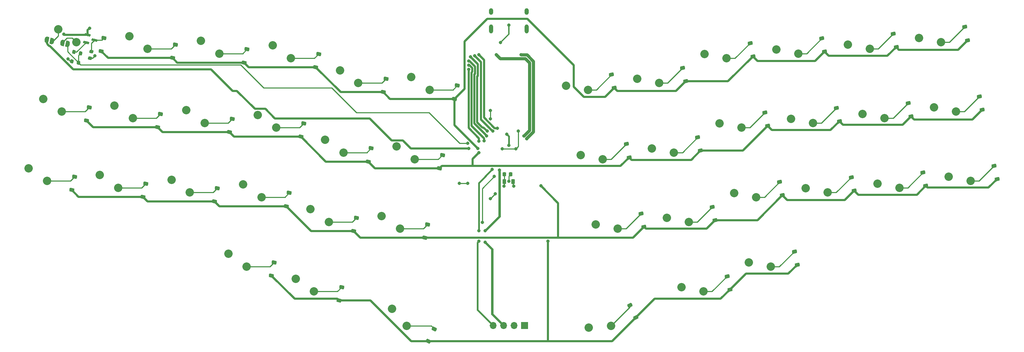
<source format=gbr>
%TF.GenerationSoftware,KiCad,Pcbnew,7.0.2*%
%TF.CreationDate,2023-06-24T23:52:28+10:00*%
%TF.ProjectId,keyboard,6b657962-6f61-4726-942e-6b696361645f,v1.0.0*%
%TF.SameCoordinates,Original*%
%TF.FileFunction,Copper,L2,Bot*%
%TF.FilePolarity,Positive*%
%FSLAX46Y46*%
G04 Gerber Fmt 4.6, Leading zero omitted, Abs format (unit mm)*
G04 Created by KiCad (PCBNEW 7.0.2) date 2023-06-24 23:52:28*
%MOMM*%
%LPD*%
G01*
G04 APERTURE LIST*
G04 Aperture macros list*
%AMRoundRect*
0 Rectangle with rounded corners*
0 $1 Rounding radius*
0 $2 $3 $4 $5 $6 $7 $8 $9 X,Y pos of 4 corners*
0 Add a 4 corners polygon primitive as box body*
4,1,4,$2,$3,$4,$5,$6,$7,$8,$9,$2,$3,0*
0 Add four circle primitives for the rounded corners*
1,1,$1+$1,$2,$3*
1,1,$1+$1,$4,$5*
1,1,$1+$1,$6,$7*
1,1,$1+$1,$8,$9*
0 Add four rect primitives between the rounded corners*
20,1,$1+$1,$2,$3,$4,$5,0*
20,1,$1+$1,$4,$5,$6,$7,0*
20,1,$1+$1,$6,$7,$8,$9,0*
20,1,$1+$1,$8,$9,$2,$3,0*%
%AMFreePoly0*
4,1,19,0.500000,-0.750000,0.000000,-0.750000,0.000000,-0.744911,-0.071157,-0.744912,-0.207708,-0.704816,-0.327430,-0.627875,-0.420627,-0.520320,-0.479746,-0.390866,-0.500000,-0.250000,-0.500000,0.250000,-0.479746,0.390866,-0.420627,0.520320,-0.327430,0.627875,-0.207708,0.704816,-0.071157,0.744911,0.000000,0.744911,0.000000,0.750000,0.500000,0.750000,0.500000,-0.750000,0.500000,-0.750000,
$1*%
%AMFreePoly1*
4,1,19,0.000000,0.744911,0.071157,0.744912,0.207708,0.704816,0.327430,0.627875,0.420627,0.520320,0.479746,0.390866,0.500000,0.250000,0.500000,-0.250000,0.479746,-0.390866,0.420627,-0.520320,0.327430,-0.627875,0.207708,-0.704816,0.071157,-0.744911,0.000000,-0.744911,0.000000,-0.750000,-0.500000,-0.750000,-0.500000,0.750000,0.000000,0.750000,0.000000,0.744911,0.000000,0.744911,
$1*%
G04 Aperture macros list end*
%TA.AperFunction,SMDPad,CuDef*%
%ADD10RoundRect,0.200000X-0.227408X0.252805X-0.310573X-0.138454X0.227408X-0.252805X0.310573X0.138454X0*%
%TD*%
%TA.AperFunction,SMDPad,CuDef*%
%ADD11RoundRect,0.200000X0.252805X0.227408X-0.138454X0.310573X-0.252805X-0.227408X0.138454X-0.310573X0*%
%TD*%
%TA.AperFunction,ComponentPad*%
%ADD12R,1.700000X1.700000*%
%TD*%
%TA.AperFunction,ComponentPad*%
%ADD13O,1.700000X1.700000*%
%TD*%
%TA.AperFunction,ComponentPad*%
%ADD14C,2.032000*%
%TD*%
%TA.AperFunction,ComponentPad*%
%ADD15RoundRect,0.500000X0.000000X0.600000X0.000000X0.600000X0.000000X-0.600000X0.000000X-0.600000X0*%
%TD*%
%TA.AperFunction,ComponentPad*%
%ADD16RoundRect,0.500000X0.000000X0.300000X0.000000X0.300000X0.000000X-0.300000X0.000000X-0.300000X0*%
%TD*%
%TA.AperFunction,SMDPad,CuDef*%
%ADD17RoundRect,0.225000X0.320025X-0.298050X0.413585X0.142116X-0.320025X0.298050X-0.413585X-0.142116X0*%
%TD*%
%TA.AperFunction,SMDPad,CuDef*%
%ADD18RoundRect,0.225000X0.413585X-0.142116X0.320025X0.298050X-0.413585X0.142116X-0.320025X-0.298050X0*%
%TD*%
%TA.AperFunction,SMDPad,CuDef*%
%ADD19FreePoly0,168.000000*%
%TD*%
%TA.AperFunction,SMDPad,CuDef*%
%ADD20FreePoly1,168.000000*%
%TD*%
%TA.AperFunction,SMDPad,CuDef*%
%ADD21RoundRect,0.225000X0.436275X-0.030230X0.231980X0.370723X-0.436275X0.030230X-0.231980X-0.370723X0*%
%TD*%
%TA.AperFunction,SMDPad,CuDef*%
%ADD22RoundRect,0.225000X-0.225000X-0.250000X0.225000X-0.250000X0.225000X0.250000X-0.225000X0.250000X0*%
%TD*%
%TA.AperFunction,SMDPad,CuDef*%
%ADD23RoundRect,0.150000X-0.605848X-0.024574X0.543475X-0.268870X0.605848X0.024574X-0.543475X0.268870X0*%
%TD*%
%TA.AperFunction,SMDPad,CuDef*%
%ADD24RoundRect,0.218750X0.218750X0.381250X-0.218750X0.381250X-0.218750X-0.381250X0.218750X-0.381250X0*%
%TD*%
%TA.AperFunction,SMDPad,CuDef*%
%ADD25RoundRect,0.225000X0.231980X-0.370723X0.436275X0.030230X-0.231980X0.370723X-0.436275X-0.030230X0*%
%TD*%
%TA.AperFunction,ViaPad*%
%ADD26C,0.800000*%
%TD*%
%TA.AperFunction,Conductor*%
%ADD27C,0.500000*%
%TD*%
%TA.AperFunction,Conductor*%
%ADD28C,0.250000*%
%TD*%
%TA.AperFunction,Conductor*%
%ADD29C,0.400000*%
%TD*%
%TA.AperFunction,Conductor*%
%ADD30C,0.600000*%
%TD*%
%TA.AperFunction,Conductor*%
%ADD31C,0.320000*%
%TD*%
%TA.AperFunction,Conductor*%
%ADD32C,0.760000*%
%TD*%
G04 APERTURE END LIST*
D10*
%TO.P,R8,1*%
%TO.N,/inputs/S1_OUT*%
X98671527Y-72193028D03*
%TO.P,R8,2*%
%TO.N,GND*%
X98328473Y-73806972D03*
%TD*%
D11*
%TO.P,R7,1*%
%TO.N,/inputs/BOOT0*%
X96056972Y-72671527D03*
%TO.P,R7,2*%
%TO.N,Net-(Q2-B)*%
X94443028Y-72328473D03*
%TD*%
%TO.P,R5,1*%
%TO.N,/inputs/BOOT0*%
X95556972Y-74921527D03*
%TO.P,R5,2*%
%TO.N,GND*%
X93943028Y-74578473D03*
%TD*%
D12*
%TO.P,J2,1,Pin_1*%
%TO.N,+3V3*%
X203849987Y-138750000D03*
D13*
%TO.P,J2,2,Pin_2*%
%TO.N,GND*%
X201309987Y-138750000D03*
%TO.P,J2,3,Pin_3*%
%TO.N,/connectors/SWDIO*%
X198769987Y-138750000D03*
%TO.P,J2,4,Pin_4*%
%TO.N,/connectors/SWCLK*%
X196229987Y-138750000D03*
%TD*%
D14*
%TO.P,SW38,1,1*%
%TO.N,Net-(D38-A)*%
X291240944Y-88412285D03*
%TO.P,SW38,2,2*%
%TO.N,/inputs/col10*%
X285913591Y-87397733D03*
%TD*%
%TO.P,SW1,1,1*%
%TO.N,Net-(JP2-B)*%
X95056666Y-69909057D03*
%TO.P,SW1,2,2*%
%TO.N,Net-(JP1-A)*%
X90602543Y-66815388D03*
%TD*%
%TO.P,SW40,1,1*%
%TO.N,Net-(D40-A)*%
X304943337Y-69909057D03*
%TO.P,SW40,2,2*%
%TO.N,/inputs/col11*%
X299615984Y-68894505D03*
%TD*%
%TO.P,SW9,1,1*%
%TO.N,Net-(D9-A)*%
X122565407Y-106426439D03*
%TO.P,SW9,2,2*%
%TO.N,/inputs/col2*%
X118111284Y-103332770D03*
%TD*%
%TO.P,SW11,1,1*%
%TO.N,Net-(D11-A)*%
X143544709Y-90694500D03*
%TO.P,SW11,2,2*%
%TO.N,/inputs/col3*%
X139090586Y-87600831D03*
%TD*%
%TO.P,SW16,1,1*%
%TO.N,Net-(D16-A)*%
X156311500Y-113599392D03*
%TO.P,SW16,2,2*%
%TO.N,/inputs/col4*%
X151857377Y-110505723D03*
%TD*%
%TO.P,SW34,1,1*%
%TO.N,Net-(D34-A)*%
X270261642Y-72680347D03*
%TO.P,SW34,2,2*%
%TO.N,/inputs/col9*%
X264934289Y-71665795D03*
%TD*%
%TO.P,SW15,1,1*%
%TO.N,Net-(D15-A)*%
X159897976Y-96726346D03*
%TO.P,SW15,2,2*%
%TO.N,/inputs/col4*%
X155443853Y-93632677D03*
%TD*%
%TO.P,SW20,1,1*%
%TO.N,Net-(D20-A)*%
X173600369Y-115229574D03*
%TO.P,SW20,2,2*%
%TO.N,/inputs/col5*%
X169146246Y-112135905D03*
%TD*%
%TO.P,SW14,1,1*%
%TO.N,Net-(D14-A)*%
X163484453Y-79853300D03*
%TO.P,SW14,2,2*%
%TO.N,/inputs/col4*%
X159030330Y-76759631D03*
%TD*%
%TO.P,SW32,1,1*%
%TO.N,Net-(D32-A)*%
X260041770Y-107567546D03*
%TO.P,SW32,2,2*%
%TO.N,/inputs/col8*%
X254714417Y-106552994D03*
%TD*%
%TO.P,SW3,1,1*%
%TO.N,Net-(D3-A)*%
X87883713Y-103655150D03*
%TO.P,SW3,2,2*%
%TO.N,/inputs/col0*%
X83429590Y-100561481D03*
%TD*%
%TO.P,SW21,1,1*%
%TO.N,Net-(D21-A)*%
X175191716Y-138876129D03*
%TO.P,SW21,2,2*%
%TO.N,/inputs/col5*%
X171690063Y-134735063D03*
%TD*%
%TO.P,SW5,1,1*%
%TO.N,Net-(D5-A)*%
X108759059Y-88412285D03*
%TO.P,SW5,2,2*%
%TO.N,/inputs/col1*%
X104304936Y-85318616D03*
%TD*%
%TO.P,SW36,1,1*%
%TO.N,Net-(D36-A)*%
X277434596Y-106426439D03*
%TO.P,SW36,2,2*%
%TO.N,/inputs/col9*%
X272107243Y-105411887D03*
%TD*%
%TO.P,SW7,1,1*%
%TO.N,Net-(D7-A)*%
X129738361Y-72680347D03*
%TO.P,SW7,2,2*%
%TO.N,/inputs/col2*%
X125284238Y-69586678D03*
%TD*%
%TO.P,SW4,1,1*%
%TO.N,Net-(D4-A)*%
X112345535Y-71539239D03*
%TO.P,SW4,2,2*%
%TO.N,/inputs/col1*%
X107891412Y-68445570D03*
%TD*%
%TO.P,SW19,1,1*%
%TO.N,Net-(D19-A)*%
X177186846Y-98356527D03*
%TO.P,SW19,2,2*%
%TO.N,/inputs/col5*%
X172732723Y-95262858D03*
%TD*%
%TO.P,SW27,1,1*%
%TO.N,Net-(D27-A)*%
X240102027Y-96726346D03*
%TO.P,SW27,2,2*%
%TO.N,/inputs/col7*%
X234774674Y-95711794D03*
%TD*%
%TO.P,SW17,1,1*%
%TO.N,Net-(D17-A)*%
X152725023Y-130472438D03*
%TO.P,SW17,2,2*%
%TO.N,/inputs/col4*%
X148270900Y-127378769D03*
%TD*%
%TO.P,SW22,1,1*%
%TO.N,Net-(D22-A)*%
X219226680Y-81483481D03*
%TO.P,SW22,2,2*%
%TO.N,/inputs/col6*%
X213899327Y-80468929D03*
%TD*%
%TO.P,SW23,1,1*%
%TO.N,Net-(D23-A)*%
X222813157Y-98356527D03*
%TO.P,SW23,2,2*%
%TO.N,/inputs/col6*%
X217485804Y-97341975D03*
%TD*%
%TO.P,SW2,1,1*%
%TO.N,Net-(D2-A)*%
X91470189Y-86782104D03*
%TO.P,SW2,2,2*%
%TO.N,/inputs/col0*%
X87016066Y-83688435D03*
%TD*%
%TO.P,SW25,1,1*%
%TO.N,Net-(D25-A)*%
X224808287Y-138876129D03*
%TO.P,SW25,2,2*%
%TO.N,/inputs/col6*%
X219399874Y-139274968D03*
%TD*%
%TO.P,SW33,1,1*%
%TO.N,Net-(D33-A)*%
X263628247Y-124440593D03*
%TO.P,SW33,2,2*%
%TO.N,/inputs/col8*%
X258300894Y-123426041D03*
%TD*%
%TO.P,SW18,1,1*%
%TO.N,Net-(D18-A)*%
X180773322Y-81483481D03*
%TO.P,SW18,2,2*%
%TO.N,/inputs/col5*%
X176319199Y-78389812D03*
%TD*%
%TO.P,SW10,1,1*%
%TO.N,Net-(D10-A)*%
X147131186Y-73821454D03*
%TO.P,SW10,2,2*%
%TO.N,/inputs/col3*%
X142677063Y-70727785D03*
%TD*%
%TO.P,SW8,1,1*%
%TO.N,Net-(D8-A)*%
X126151884Y-89553393D03*
%TO.P,SW8,2,2*%
%TO.N,/inputs/col2*%
X121697761Y-86459724D03*
%TD*%
%TO.P,SW42,1,1*%
%TO.N,Net-(D42-A)*%
X312116290Y-103655150D03*
%TO.P,SW42,2,2*%
%TO.N,/inputs/col11*%
X306788937Y-102640598D03*
%TD*%
D15*
%TO.P,J1,S1,SHIELD*%
%TO.N,GND*%
X204320000Y-66680000D03*
D16*
X204320000Y-62500000D03*
D15*
X195680000Y-66680000D03*
D16*
X195680000Y-62500000D03*
%TD*%
D14*
%TO.P,SW12,1,1*%
%TO.N,Net-(D12-A)*%
X139958233Y-107567546D03*
%TO.P,SW12,2,2*%
%TO.N,/inputs/col3*%
X135504110Y-104473877D03*
%TD*%
%TO.P,SW39,1,1*%
%TO.N,Net-(D39-A)*%
X294827421Y-105285331D03*
%TO.P,SW39,2,2*%
%TO.N,/inputs/col10*%
X289500068Y-104270779D03*
%TD*%
%TO.P,SW24,1,1*%
%TO.N,Net-(D24-A)*%
X226399634Y-115229574D03*
%TO.P,SW24,2,2*%
%TO.N,/inputs/col6*%
X221072281Y-114215022D03*
%TD*%
%TO.P,SW35,1,1*%
%TO.N,Net-(D35-A)*%
X273848119Y-89553393D03*
%TO.P,SW35,2,2*%
%TO.N,/inputs/col9*%
X268520766Y-88538841D03*
%TD*%
%TO.P,SW28,1,1*%
%TO.N,Net-(D28-A)*%
X243688503Y-113599392D03*
%TO.P,SW28,2,2*%
%TO.N,/inputs/col7*%
X238361150Y-112584840D03*
%TD*%
%TO.P,SW37,1,1*%
%TO.N,Net-(D37-A)*%
X287654468Y-71539239D03*
%TO.P,SW37,2,2*%
%TO.N,/inputs/col10*%
X282327115Y-70524687D03*
%TD*%
%TO.P,SW13,1,1*%
%TO.N,Net-(D13-A)*%
X136371756Y-124440593D03*
%TO.P,SW13,2,2*%
%TO.N,/inputs/col3*%
X131917633Y-121346924D03*
%TD*%
%TO.P,SW26,1,1*%
%TO.N,Net-(D26-A)*%
X236515550Y-79853300D03*
%TO.P,SW26,2,2*%
%TO.N,/inputs/col7*%
X231188197Y-78838748D03*
%TD*%
%TO.P,SW6,1,1*%
%TO.N,Net-(D6-A)*%
X105172582Y-105285331D03*
%TO.P,SW6,2,2*%
%TO.N,/inputs/col1*%
X100718459Y-102191662D03*
%TD*%
%TO.P,SW30,1,1*%
%TO.N,Net-(D30-A)*%
X252868817Y-73821454D03*
%TO.P,SW30,2,2*%
%TO.N,/inputs/col8*%
X247541464Y-72806902D03*
%TD*%
%TO.P,SW31,1,1*%
%TO.N,Net-(D31-A)*%
X256455294Y-90694500D03*
%TO.P,SW31,2,2*%
%TO.N,/inputs/col8*%
X251127941Y-89679948D03*
%TD*%
%TO.P,SW41,1,1*%
%TO.N,Net-(D41-A)*%
X308529814Y-86782104D03*
%TO.P,SW41,2,2*%
%TO.N,/inputs/col11*%
X303202461Y-85767552D03*
%TD*%
%TO.P,SW29,1,1*%
%TO.N,Net-(D29-A)*%
X247274980Y-130472438D03*
%TO.P,SW29,2,2*%
%TO.N,/inputs/col7*%
X241947627Y-129457886D03*
%TD*%
D17*
%TO.P,D9,1,K*%
%TO.N,/inputs/row2*%
X128590032Y-108626312D03*
%TO.P,D9,2,A*%
%TO.N,Net-(D9-A)*%
X129276140Y-105398424D03*
%TD*%
D18*
%TO.P,D42,1,K*%
%TO.N,/inputs/row2*%
X318514665Y-103215023D03*
%TO.P,D42,2,A*%
%TO.N,Net-(D42-A)*%
X317828557Y-99987135D03*
%TD*%
%TO.P,D40,1,K*%
%TO.N,/inputs/row0*%
X311341712Y-69468930D03*
%TO.P,D40,2,A*%
%TO.N,Net-(D40-A)*%
X310655604Y-66241042D03*
%TD*%
D17*
%TO.P,D10,1,K*%
%TO.N,/inputs/row0*%
X153155811Y-76021327D03*
%TO.P,D10,2,A*%
%TO.N,Net-(D10-A)*%
X153841919Y-72793439D03*
%TD*%
D19*
%TO.P,JP2,1,A*%
%TO.N,/inputs/BOOT0*%
X92885796Y-70385143D03*
D20*
%TO.P,JP2,2,B*%
%TO.N,Net-(JP2-B)*%
X91614204Y-70114857D03*
%TD*%
D18*
%TO.P,D29,1,K*%
%TO.N,/inputs/row3*%
X253673355Y-130032311D03*
%TO.P,D29,2,A*%
%TO.N,Net-(D29-A)*%
X252987247Y-126804423D03*
%TD*%
%TO.P,D34,1,K*%
%TO.N,/inputs/row0*%
X276660017Y-72240220D03*
%TO.P,D34,2,A*%
%TO.N,Net-(D34-A)*%
X275973909Y-69012332D03*
%TD*%
D21*
%TO.P,D25,1,K*%
%TO.N,/inputs/row3*%
X230873827Y-136795352D03*
%TO.P,D25,2,A*%
%TO.N,Net-(D25-A)*%
X229375659Y-133855030D03*
%TD*%
D18*
%TO.P,D37,1,K*%
%TO.N,/inputs/row0*%
X294052843Y-71099112D03*
%TO.P,D37,2,A*%
%TO.N,Net-(D37-A)*%
X293366735Y-67871224D03*
%TD*%
%TO.P,D23,1,K*%
%TO.N,/inputs/row1*%
X229211532Y-97916400D03*
%TO.P,D23,2,A*%
%TO.N,Net-(D23-A)*%
X228525424Y-94688512D03*
%TD*%
D17*
%TO.P,D4,1,K*%
%TO.N,/inputs/row0*%
X118370160Y-73739112D03*
%TO.P,D4,2,A*%
%TO.N,Net-(D4-A)*%
X119056268Y-70511224D03*
%TD*%
%TO.P,D3,1,K*%
%TO.N,/inputs/row2*%
X93908338Y-105855023D03*
%TO.P,D3,2,A*%
%TO.N,Net-(D3-A)*%
X94594446Y-102627135D03*
%TD*%
D18*
%TO.P,D32,1,K*%
%TO.N,/inputs/row2*%
X266440145Y-107127419D03*
%TO.P,D32,2,A*%
%TO.N,Net-(D32-A)*%
X265754037Y-103899531D03*
%TD*%
D17*
%TO.P,D13,1,K*%
%TO.N,/inputs/row3*%
X142396381Y-126640466D03*
%TO.P,D13,2,A*%
%TO.N,Net-(D13-A)*%
X143082489Y-123412578D03*
%TD*%
D18*
%TO.P,D39,1,K*%
%TO.N,/inputs/row2*%
X301225796Y-104845204D03*
%TO.P,D39,2,A*%
%TO.N,Net-(D39-A)*%
X300539688Y-101617316D03*
%TD*%
%TO.P,D38,1,K*%
%TO.N,/inputs/row1*%
X297639319Y-87972158D03*
%TO.P,D38,2,A*%
%TO.N,Net-(D38-A)*%
X296953211Y-84744270D03*
%TD*%
D17*
%TO.P,D7,1,K*%
%TO.N,/inputs/row0*%
X135762986Y-74880220D03*
%TO.P,D7,2,A*%
%TO.N,Net-(D7-A)*%
X136449094Y-71652332D03*
%TD*%
%TO.P,D2,1,K*%
%TO.N,/inputs/row1*%
X97494814Y-88981977D03*
%TO.P,D2,2,A*%
%TO.N,Net-(D2-A)*%
X98180922Y-85754089D03*
%TD*%
%TO.P,D19,1,K*%
%TO.N,/inputs/row1*%
X183211471Y-100556400D03*
%TO.P,D19,2,A*%
%TO.N,Net-(D19-A)*%
X183897579Y-97328512D03*
%TD*%
D18*
%TO.P,D28,1,K*%
%TO.N,/inputs/row2*%
X250086878Y-113159265D03*
%TO.P,D28,2,A*%
%TO.N,Net-(D28-A)*%
X249400770Y-109931377D03*
%TD*%
D17*
%TO.P,D1,1,K*%
%TO.N,/inputs/row0*%
X101081291Y-72108930D03*
%TO.P,D1,2,A*%
%TO.N,/inputs/S1_OUT*%
X101767399Y-68881042D03*
%TD*%
D19*
%TO.P,JP1,1,A*%
%TO.N,Net-(JP1-A)*%
X89135796Y-69635143D03*
D20*
%TO.P,JP1,2,B*%
%TO.N,+3V3*%
X87864204Y-69364857D03*
%TD*%
D17*
%TO.P,D8,1,K*%
%TO.N,/inputs/row1*%
X132176509Y-91753266D03*
%TO.P,D8,2,A*%
%TO.N,Net-(D8-A)*%
X132862617Y-88525378D03*
%TD*%
D18*
%TO.P,D24,1,K*%
%TO.N,/inputs/row2*%
X232798009Y-114789447D03*
%TO.P,D24,2,A*%
%TO.N,Net-(D24-A)*%
X232111901Y-111561559D03*
%TD*%
%TO.P,D27,1,K*%
%TO.N,/inputs/row1*%
X246500402Y-96286219D03*
%TO.P,D27,2,A*%
%TO.N,Net-(D27-A)*%
X245814294Y-93058331D03*
%TD*%
D17*
%TO.P,D5,1,K*%
%TO.N,/inputs/row1*%
X114783684Y-90612158D03*
%TO.P,D5,2,A*%
%TO.N,Net-(D5-A)*%
X115469792Y-87384270D03*
%TD*%
%TO.P,D15,1,K*%
%TO.N,/inputs/row1*%
X165922601Y-98926219D03*
%TO.P,D15,2,A*%
%TO.N,Net-(D15-A)*%
X166608709Y-95698331D03*
%TD*%
D22*
%TO.P,C15,1*%
%TO.N,Net-(U3-VDDA)*%
X198925000Y-102000000D03*
%TO.P,C15,2*%
%TO.N,GND*%
X200475000Y-102000000D03*
%TD*%
D18*
%TO.P,D31,1,K*%
%TO.N,/inputs/row1*%
X262853669Y-90254373D03*
%TO.P,D31,2,A*%
%TO.N,Net-(D31-A)*%
X262167561Y-87026485D03*
%TD*%
D23*
%TO.P,Q2,1,B*%
%TO.N,Net-(Q2-B)*%
X97385471Y-69984323D03*
%TO.P,Q2,2,E*%
%TO.N,/inputs/col0*%
X97780503Y-68125843D03*
%TO.P,Q2,3,C*%
%TO.N,/inputs/S1_OUT*%
X99417013Y-69444917D03*
%TD*%
D24*
%TO.P,L1,1*%
%TO.N,+3V3*%
X201062500Y-103750000D03*
%TO.P,L1,2*%
%TO.N,Net-(U3-VDDA)*%
X198937500Y-103750000D03*
%TD*%
D18*
%TO.P,D26,1,K*%
%TO.N,/inputs/row0*%
X242913925Y-79413173D03*
%TO.P,D26,2,A*%
%TO.N,Net-(D26-A)*%
X242227817Y-76185285D03*
%TD*%
%TO.P,D30,1,K*%
%TO.N,/inputs/row0*%
X259267192Y-73381327D03*
%TO.P,D30,2,A*%
%TO.N,Net-(D30-A)*%
X258581084Y-70153439D03*
%TD*%
D17*
%TO.P,D18,1,K*%
%TO.N,/inputs/row0*%
X186797947Y-83683354D03*
%TO.P,D18,2,A*%
%TO.N,Net-(D18-A)*%
X187484055Y-80455466D03*
%TD*%
D18*
%TO.P,D33,1,K*%
%TO.N,/inputs/row3*%
X270026622Y-124000466D03*
%TO.P,D33,2,A*%
%TO.N,Net-(D33-A)*%
X269340514Y-120772578D03*
%TD*%
D17*
%TO.P,D14,1,K*%
%TO.N,/inputs/row0*%
X169509078Y-82053173D03*
%TO.P,D14,2,A*%
%TO.N,Net-(D14-A)*%
X170195186Y-78825285D03*
%TD*%
%TO.P,D11,1,K*%
%TO.N,/inputs/row1*%
X149569334Y-92894373D03*
%TO.P,D11,2,A*%
%TO.N,Net-(D11-A)*%
X150255442Y-89666485D03*
%TD*%
D18*
%TO.P,D22,1,K*%
%TO.N,/inputs/row0*%
X225625055Y-81043354D03*
%TO.P,D22,2,A*%
%TO.N,Net-(D22-A)*%
X224938947Y-77815466D03*
%TD*%
D25*
%TO.P,D21,1,K*%
%TO.N,/inputs/row3*%
X180441176Y-142560352D03*
%TO.P,D21,2,A*%
%TO.N,Net-(D21-A)*%
X181939344Y-139620030D03*
%TD*%
D18*
%TO.P,D36,1,K*%
%TO.N,/inputs/row2*%
X283832971Y-105986312D03*
%TO.P,D36,2,A*%
%TO.N,Net-(D36-A)*%
X283146863Y-102758424D03*
%TD*%
%TO.P,D35,1,K*%
%TO.N,/inputs/row1*%
X280246494Y-89113266D03*
%TO.P,D35,2,A*%
%TO.N,Net-(D35-A)*%
X279560386Y-85885378D03*
%TD*%
D17*
%TO.P,D17,1,K*%
%TO.N,/inputs/row3*%
X158749648Y-132672311D03*
%TO.P,D17,2,A*%
%TO.N,Net-(D17-A)*%
X159435756Y-129444423D03*
%TD*%
%TO.P,D16,1,K*%
%TO.N,/inputs/row2*%
X162336125Y-115799265D03*
%TO.P,D16,2,A*%
%TO.N,Net-(D16-A)*%
X163022233Y-112571377D03*
%TD*%
%TO.P,D20,1,K*%
%TO.N,/inputs/row2*%
X179624994Y-117429447D03*
%TO.P,D20,2,A*%
%TO.N,Net-(D20-A)*%
X180311102Y-114201559D03*
%TD*%
%TO.P,D12,1,K*%
%TO.N,/inputs/row2*%
X145982858Y-109767419D03*
%TO.P,D12,2,A*%
%TO.N,Net-(D12-A)*%
X146668966Y-106539531D03*
%TD*%
%TO.P,D6,1,K*%
%TO.N,/inputs/row2*%
X111197207Y-107485204D03*
%TO.P,D6,2,A*%
%TO.N,Net-(D6-A)*%
X111883315Y-104257316D03*
%TD*%
D18*
%TO.P,D41,1,K*%
%TO.N,/inputs/row1*%
X314928189Y-86341977D03*
%TO.P,D41,2,A*%
%TO.N,Net-(D41-A)*%
X314242081Y-83114089D03*
%TD*%
D26*
%TO.N,GND*%
X188000000Y-104250000D03*
X190000000Y-104250000D03*
%TO.N,/inputs/NRST*%
X196500000Y-102500000D03*
X193549500Y-113710494D03*
%TO.N,GND*%
X195550000Y-107900000D03*
X196700000Y-106750000D03*
X202350000Y-91550000D03*
X201700000Y-95850000D03*
X198450000Y-95850000D03*
X195500000Y-86500000D03*
X195525875Y-88574500D03*
%TO.N,/inputs/BOOT0*%
X190000000Y-94500000D03*
%TO.N,/connectors/SWCLK*%
X199500000Y-92250000D03*
X200000000Y-95000000D03*
X196000000Y-100849500D03*
%TO.N,/connectors/SWDIO*%
X197750000Y-101000000D03*
%TO.N,/connectors/SWCLK*%
X192750000Y-115750000D03*
%TO.N,/connectors/SWDIO*%
X194250000Y-115750000D03*
X194250000Y-118500000D03*
%TO.N,/connectors/SWCLK*%
X192750000Y-118278947D03*
%TO.N,/inputs/col5*%
X190250000Y-76500000D03*
%TO.N,/inputs/col4*%
X190250000Y-75500000D03*
%TO.N,/inputs/col3*%
X190250000Y-74500000D03*
%TO.N,/inputs/col2*%
X190750000Y-73500000D03*
%TO.N,/inputs/col1*%
X191750000Y-73250000D03*
%TO.N,/inputs/col0*%
X192750000Y-73000000D03*
X98250000Y-66500000D03*
%TO.N,/inputs/col5*%
X192774136Y-93974577D03*
%TO.N,/inputs/col4*%
X194050000Y-93850000D03*
%TO.N,/inputs/col3*%
X194642078Y-92690702D03*
%TO.N,/inputs/col2*%
X194750000Y-91500000D03*
%TO.N,/inputs/col1*%
X196104779Y-91523484D03*
%TO.N,/inputs/col0*%
X197200000Y-90800000D03*
%TO.N,GND*%
X99500000Y-73250000D03*
X93000000Y-74000000D03*
%TO.N,+3V3*%
X190250000Y-95750000D03*
%TO.N,/inputs/col0*%
X92000000Y-68000000D03*
%TO.N,VBUS*%
X200000000Y-65750000D03*
X198000000Y-70000000D03*
%TO.N,GND*%
X200000000Y-103700000D03*
%TO.N,+3V3*%
X201200000Y-104900000D03*
%TO.N,/inputs/row0*%
X192500000Y-95750000D03*
%TO.N,/inputs/row1*%
X192750000Y-96750000D03*
%TO.N,/inputs/row2*%
X207818422Y-104831578D03*
%TO.N,/inputs/row3*%
X209500000Y-118278947D03*
%TO.N,/connectors/USB_D+*%
X203664124Y-92664124D03*
X197000000Y-73000000D03*
%TO.N,/connectors/USB_D-*%
X203000000Y-73000000D03*
X204335876Y-93335876D03*
%TO.N,Net-(U3-VDDA)*%
X198830151Y-104912816D03*
%TD*%
D27*
%TO.N,/inputs/row2*%
X212000000Y-109013155D02*
X212000000Y-117429447D01*
X207818422Y-104831578D02*
X212000000Y-109013155D01*
%TO.N,/inputs/col1*%
X193250000Y-74750000D02*
X191750000Y-73250000D01*
X193250000Y-88750000D02*
X193250000Y-74750000D01*
X196023484Y-91523484D02*
X193250000Y-88750000D01*
X196104779Y-91523484D02*
X196023484Y-91523484D01*
%TO.N,/inputs/col0*%
X194000000Y-88250000D02*
X194000000Y-74250000D01*
X196550000Y-90800000D02*
X194000000Y-88250000D01*
X197200000Y-90800000D02*
X196550000Y-90800000D01*
X194000000Y-74250000D02*
X192750000Y-73000000D01*
%TO.N,/inputs/col3*%
X191650000Y-77750000D02*
X191800000Y-77600000D01*
X191650000Y-89650000D02*
X191650000Y-77750000D01*
X194642078Y-92690702D02*
X194642078Y-92642078D01*
X191800000Y-77600000D02*
X191800000Y-75847918D01*
X190452082Y-74500000D02*
X190250000Y-74500000D01*
X194642078Y-92642078D02*
X191650000Y-89650000D01*
X191800000Y-75847918D02*
X190452082Y-74500000D01*
%TO.N,/inputs/col4*%
X190452082Y-75500000D02*
X190250000Y-75500000D01*
X191100000Y-76147918D02*
X190452082Y-75500000D01*
X190950000Y-77250000D02*
X191100000Y-77100000D01*
X194050000Y-93300000D02*
X191000000Y-90250000D01*
X191100000Y-77100000D02*
X191100000Y-76147918D01*
X194050000Y-93850000D02*
X194050000Y-93300000D01*
X191000000Y-90250000D02*
X190950000Y-90250000D01*
X190950000Y-90250000D02*
X190950000Y-77250000D01*
%TO.N,/inputs/col5*%
X192774136Y-93974577D02*
X192774136Y-93274136D01*
X192774136Y-93274136D02*
X190250000Y-90750000D01*
X190250000Y-90750000D02*
X190250000Y-76500000D01*
D28*
%TO.N,GND*%
X190000000Y-104250000D02*
X188000000Y-104250000D01*
%TO.N,/inputs/NRST*%
X193549500Y-105450500D02*
X193549500Y-113710494D01*
X196500000Y-102500000D02*
X193549500Y-105450500D01*
D29*
%TO.N,/connectors/SWCLK*%
X192400688Y-118628259D02*
X192400688Y-134920701D01*
D28*
%TO.N,GND*%
X195550000Y-107900000D02*
X196700000Y-106750000D01*
X202350000Y-95200000D02*
X202350000Y-91550000D01*
X201700000Y-95850000D02*
X202350000Y-95200000D01*
X201700000Y-95850000D02*
X198450000Y-95850000D01*
X195500000Y-88548625D02*
X195525875Y-88574500D01*
X195500000Y-86500000D02*
X195500000Y-88548625D01*
%TO.N,/inputs/BOOT0*%
X188099360Y-94500000D02*
X190000000Y-94500000D01*
X163062054Y-87062054D02*
X180661414Y-87062054D01*
X157030208Y-81030208D02*
X163062054Y-87062054D01*
X134955220Y-75455220D02*
X140530208Y-81030208D01*
X180661414Y-87062054D02*
X188099360Y-94500000D01*
X96090665Y-75455220D02*
X134955220Y-75455220D01*
X140530208Y-81030208D02*
X157030208Y-81030208D01*
X95556972Y-74921527D02*
X96090665Y-75455220D01*
D27*
%TO.N,+3V3*%
X87864204Y-70097834D02*
X87864204Y-69364857D01*
X88040788Y-70274418D02*
X87864204Y-70097834D01*
X88040788Y-70451194D02*
X88040788Y-70274418D01*
X88408348Y-70818754D02*
X88040788Y-70451194D01*
X88585124Y-70818754D02*
X88408348Y-70818754D01*
X94266370Y-76500000D02*
X88585124Y-70818754D01*
X127690755Y-76500000D02*
X94266370Y-76500000D01*
X132945456Y-81754701D02*
X127690755Y-76500000D01*
X134004702Y-81754701D02*
X132945456Y-81754701D01*
X138384832Y-86134831D02*
X134004702Y-81754701D01*
X140884831Y-86134831D02*
X138384832Y-86134831D01*
X143250000Y-88500000D02*
X140884831Y-86134831D01*
X155146143Y-88500000D02*
X143250000Y-88500000D01*
X156304404Y-88460861D02*
X155185282Y-88460861D01*
X156343543Y-88500000D02*
X156304404Y-88460861D01*
X155185282Y-88460861D02*
X155146143Y-88500000D01*
X174296858Y-93796858D02*
X171546858Y-93796858D01*
X176250000Y-95750000D02*
X174296858Y-93796858D01*
X190250000Y-95750000D02*
X176250000Y-95750000D01*
X171546858Y-93796858D02*
X166250000Y-88500000D01*
X166250000Y-88500000D02*
X156343543Y-88500000D01*
D29*
%TO.N,/connectors/SWCLK*%
X200000000Y-95000000D02*
X200000000Y-92750000D01*
X200000000Y-92750000D02*
X199500000Y-92250000D01*
X192750000Y-104099500D02*
X196000000Y-100849500D01*
X192750000Y-115750000D02*
X192750000Y-104099500D01*
D30*
%TO.N,/connectors/SWDIO*%
X197750000Y-112250000D02*
X197750000Y-101000000D01*
X194250000Y-115750000D02*
X197750000Y-112250000D01*
D29*
%TO.N,/connectors/SWCLK*%
X192750000Y-118278947D02*
X192400688Y-118628259D01*
X192400688Y-134920701D02*
X196229987Y-138750000D01*
D30*
%TO.N,/connectors/SWDIO*%
X196000000Y-120250000D02*
X194250000Y-118500000D01*
X196000000Y-135980013D02*
X196000000Y-120250000D01*
X198769987Y-138750000D02*
X196000000Y-135980013D01*
D27*
%TO.N,/inputs/col2*%
X192350000Y-89360050D02*
X193619975Y-90630025D01*
X192350000Y-78250000D02*
X192350000Y-89360050D01*
X192500000Y-75250000D02*
X192500000Y-78100000D01*
X192500000Y-78100000D02*
X192350000Y-78250000D01*
X193880025Y-90630025D02*
X194750000Y-91500000D01*
X190750000Y-73500000D02*
X192500000Y-75250000D01*
X193619975Y-90630025D02*
X193880025Y-90630025D01*
%TO.N,/inputs/col0*%
X97780503Y-66969497D02*
X98250000Y-66500000D01*
X97780503Y-68125843D02*
X97780503Y-66969497D01*
D28*
%TO.N,GND*%
X98943028Y-73806972D02*
X99500000Y-73250000D01*
X98328473Y-73806972D02*
X98943028Y-73806972D01*
X93578473Y-74578473D02*
X93000000Y-74000000D01*
X93943028Y-74578473D02*
X93578473Y-74578473D01*
D27*
%TO.N,/inputs/col0*%
X92125843Y-68125843D02*
X92000000Y-68000000D01*
X97780503Y-68125843D02*
X92125843Y-68125843D01*
D28*
%TO.N,/inputs/S1_OUT*%
X98671527Y-70190403D02*
X99417013Y-69444917D01*
X98671527Y-72193028D02*
X98671527Y-70190403D01*
X101203524Y-69444917D02*
X101767399Y-68881042D01*
X99417013Y-69444917D02*
X101203524Y-69444917D01*
%TO.N,/inputs/BOOT0*%
X95556972Y-74921527D02*
X95556972Y-73171527D01*
X95556972Y-73171527D02*
X96056972Y-72671527D01*
X92885796Y-72250351D02*
X92885796Y-70385143D01*
X95556972Y-74921527D02*
X92885796Y-72250351D01*
%TO.N,Net-(Q2-B)*%
X95041321Y-72328473D02*
X97385471Y-69984323D01*
X94443028Y-72328473D02*
X95041321Y-72328473D01*
%TO.N,Net-(JP2-B)*%
X94040667Y-68893058D02*
X95056666Y-69909057D01*
X91614204Y-70026408D02*
X92747554Y-68893058D01*
X91614204Y-70114857D02*
X91614204Y-70026408D01*
X92747554Y-68893058D02*
X94040667Y-68893058D01*
%TO.N,Net-(JP1-A)*%
X90602543Y-68397457D02*
X90602543Y-66815388D01*
X89135796Y-69635143D02*
X89364857Y-69635143D01*
X89364857Y-69635143D02*
X90602543Y-68397457D01*
D31*
%TO.N,VBUS*%
X200000000Y-68000000D02*
X198000000Y-70000000D01*
X200000000Y-65750000D02*
X200000000Y-68000000D01*
D28*
%TO.N,GND*%
X200000000Y-102475000D02*
X200000000Y-103700000D01*
X200475000Y-102000000D02*
X200000000Y-102475000D01*
%TO.N,+3V3*%
X201062500Y-104762500D02*
X201200000Y-104900000D01*
X201062500Y-103750000D02*
X201062500Y-104762500D01*
%TO.N,Net-(D2-A)*%
X97152907Y-86782104D02*
X91470189Y-86782104D01*
X98180922Y-85754089D02*
X97152907Y-86782104D01*
%TO.N,Net-(D3-A)*%
X94594446Y-102627135D02*
X93566431Y-103655150D01*
X93566431Y-103655150D02*
X87883713Y-103655150D01*
%TO.N,Net-(D4-A)*%
X119056268Y-70511224D02*
X118028253Y-71539239D01*
X118028253Y-71539239D02*
X112345535Y-71539239D01*
%TO.N,Net-(D5-A)*%
X115469792Y-87384270D02*
X114441777Y-88412285D01*
X114441777Y-88412285D02*
X108759059Y-88412285D01*
%TO.N,Net-(D6-A)*%
X110855300Y-105285331D02*
X105172582Y-105285331D01*
X111883315Y-104257316D02*
X110855300Y-105285331D01*
%TO.N,Net-(D7-A)*%
X136449094Y-71652332D02*
X135421079Y-72680347D01*
X135421079Y-72680347D02*
X129738361Y-72680347D01*
%TO.N,Net-(D8-A)*%
X132862617Y-88525378D02*
X131834602Y-89553393D01*
X131834602Y-89553393D02*
X126151884Y-89553393D01*
%TO.N,Net-(D9-A)*%
X129276140Y-105398424D02*
X128248125Y-106426439D01*
X128248125Y-106426439D02*
X122565407Y-106426439D01*
%TO.N,Net-(D10-A)*%
X153841919Y-72793439D02*
X152813904Y-73821454D01*
X152813904Y-73821454D02*
X147131186Y-73821454D01*
%TO.N,Net-(D11-A)*%
X150255442Y-89666485D02*
X149227427Y-90694500D01*
X149227427Y-90694500D02*
X143544709Y-90694500D01*
%TO.N,Net-(D12-A)*%
X146668966Y-106539531D02*
X145640951Y-107567546D01*
X145640951Y-107567546D02*
X139958233Y-107567546D01*
D27*
%TO.N,/inputs/row0*%
X294052843Y-71099112D02*
X294703731Y-71750000D01*
X218250000Y-83250000D02*
X223418409Y-83250000D01*
X215785501Y-75535501D02*
X215785501Y-80785501D01*
X186797947Y-90047947D02*
X192500000Y-95750000D01*
X153155811Y-76021327D02*
X136904093Y-76021327D01*
X253235346Y-79413173D02*
X259267192Y-73381327D01*
X186797947Y-83683354D02*
X186797947Y-90047947D01*
X260385865Y-74500000D02*
X274400237Y-74500000D01*
X136904093Y-76021327D02*
X135762986Y-74880220D01*
X102711473Y-73739112D02*
X101081291Y-72108930D01*
X259267192Y-73381327D02*
X260385865Y-74500000D01*
X294703731Y-71750000D02*
X309060642Y-71750000D01*
X135762986Y-74880220D02*
X119511268Y-74880220D01*
X186797947Y-83683354D02*
X171139259Y-83683354D01*
X119511268Y-74880220D02*
X118370160Y-73739112D01*
X225625055Y-81043354D02*
X226331701Y-81750000D01*
X189250000Y-69750000D02*
X194750000Y-64250000D01*
X274400237Y-74500000D02*
X276660017Y-72240220D01*
X223418409Y-83250000D02*
X225625055Y-81043354D01*
X291901955Y-73250000D02*
X294052843Y-71099112D01*
X277669797Y-73250000D02*
X291901955Y-73250000D01*
X118370160Y-73739112D02*
X102711473Y-73739112D01*
X309060642Y-71750000D02*
X311341712Y-69468930D01*
X204500000Y-64250000D02*
X215785501Y-75535501D01*
X159187657Y-82053173D02*
X153155811Y-76021327D01*
X242913925Y-79413173D02*
X253235346Y-79413173D01*
X189250000Y-81231301D02*
X189250000Y-69750000D01*
X240577098Y-81750000D02*
X242913925Y-79413173D01*
X194750000Y-64250000D02*
X204500000Y-64250000D01*
X171139259Y-83683354D02*
X169509078Y-82053173D01*
X226331701Y-81750000D02*
X240577098Y-81750000D01*
X276660017Y-72240220D02*
X277669797Y-73250000D01*
X169509078Y-82053173D02*
X159187657Y-82053173D01*
X215785501Y-80785501D02*
X218250000Y-83250000D01*
X186797947Y-83683354D02*
X189250000Y-81231301D01*
D28*
%TO.N,Net-(D13-A)*%
X142054474Y-124440593D02*
X136371756Y-124440593D01*
X143082489Y-123412578D02*
X142054474Y-124440593D01*
%TO.N,Net-(D14-A)*%
X169167171Y-79853300D02*
X163484453Y-79853300D01*
X170195186Y-78825285D02*
X169167171Y-79853300D01*
%TO.N,Net-(D15-A)*%
X166608709Y-95698331D02*
X165580694Y-96726346D01*
X165580694Y-96726346D02*
X159897976Y-96726346D01*
%TO.N,Net-(D16-A)*%
X163022233Y-112571377D02*
X161994218Y-113599392D01*
X161994218Y-113599392D02*
X156311500Y-113599392D01*
%TO.N,Net-(D17-A)*%
X158407741Y-130472438D02*
X152725023Y-130472438D01*
X159435756Y-129444423D02*
X158407741Y-130472438D01*
%TO.N,Net-(D18-A)*%
X186456040Y-81483481D02*
X180773322Y-81483481D01*
X187484055Y-80455466D02*
X186456040Y-81483481D01*
%TO.N,Net-(D19-A)*%
X183897579Y-97328512D02*
X182869564Y-98356527D01*
X182869564Y-98356527D02*
X177186846Y-98356527D01*
%TO.N,Net-(D20-A)*%
X180311102Y-114201559D02*
X179283087Y-115229574D01*
X179283087Y-115229574D02*
X173600369Y-115229574D01*
%TO.N,Net-(D21-A)*%
X181195443Y-138876129D02*
X175191716Y-138876129D01*
X181939344Y-139620030D02*
X181195443Y-138876129D01*
%TO.N,Net-(D22-A)*%
X219226680Y-81483481D02*
X221270932Y-81483481D01*
X221270932Y-81483481D02*
X224938947Y-77815466D01*
%TO.N,Net-(D23-A)*%
X224857409Y-98356527D02*
X222813157Y-98356527D01*
X228525424Y-94688512D02*
X224857409Y-98356527D01*
%TO.N,Net-(D24-A)*%
X226399634Y-115229574D02*
X228443886Y-115229574D01*
X228443886Y-115229574D02*
X232111901Y-111561559D01*
%TO.N,Net-(D25-A)*%
X229375659Y-134308757D02*
X229375659Y-133855030D01*
X224808287Y-138876129D02*
X229375659Y-134308757D01*
%TO.N,Net-(D26-A)*%
X236515550Y-79853300D02*
X238559802Y-79853300D01*
X238559802Y-79853300D02*
X242227817Y-76185285D01*
%TO.N,Net-(D27-A)*%
X242146279Y-96726346D02*
X240102027Y-96726346D01*
X245814294Y-93058331D02*
X242146279Y-96726346D01*
%TO.N,Net-(D28-A)*%
X245732755Y-113599392D02*
X249400770Y-109931377D01*
X243688503Y-113599392D02*
X245732755Y-113599392D01*
%TO.N,Net-(D29-A)*%
X249319232Y-130472438D02*
X252987247Y-126804423D01*
X247274980Y-130472438D02*
X249319232Y-130472438D01*
%TO.N,Net-(D30-A)*%
X252868817Y-73821454D02*
X254913069Y-73821454D01*
X254913069Y-73821454D02*
X258581084Y-70153439D01*
%TO.N,Net-(D31-A)*%
X262167561Y-87026485D02*
X258499546Y-90694500D01*
X258499546Y-90694500D02*
X256455294Y-90694500D01*
%TO.N,Net-(D32-A)*%
X262086022Y-107567546D02*
X265754037Y-103899531D01*
X260041770Y-107567546D02*
X262086022Y-107567546D01*
%TO.N,Net-(D33-A)*%
X265672499Y-124440593D02*
X269340514Y-120772578D01*
X263628247Y-124440593D02*
X265672499Y-124440593D01*
%TO.N,Net-(D34-A)*%
X272305894Y-72680347D02*
X275973909Y-69012332D01*
X270261642Y-72680347D02*
X272305894Y-72680347D01*
%TO.N,Net-(D35-A)*%
X279560386Y-85885378D02*
X275892371Y-89553393D01*
X275892371Y-89553393D02*
X273848119Y-89553393D01*
%TO.N,Net-(D36-A)*%
X279478848Y-106426439D02*
X283146863Y-102758424D01*
X277434596Y-106426439D02*
X279478848Y-106426439D01*
%TO.N,Net-(D37-A)*%
X287654468Y-71539239D02*
X289698720Y-71539239D01*
X289698720Y-71539239D02*
X293366735Y-67871224D01*
%TO.N,Net-(D38-A)*%
X293285196Y-88412285D02*
X291240944Y-88412285D01*
X296953211Y-84744270D02*
X293285196Y-88412285D01*
%TO.N,Net-(D39-A)*%
X296871673Y-105285331D02*
X300539688Y-101617316D01*
X294827421Y-105285331D02*
X296871673Y-105285331D01*
%TO.N,Net-(D40-A)*%
X304943337Y-69909057D02*
X306987589Y-69909057D01*
X306987589Y-69909057D02*
X310655604Y-66241042D01*
%TO.N,Net-(D41-A)*%
X314242081Y-83114089D02*
X310574066Y-86782104D01*
X310574066Y-86782104D02*
X308529814Y-86782104D01*
%TO.N,Net-(D42-A)*%
X312116290Y-103655150D02*
X314160542Y-103655150D01*
X314160542Y-103655150D02*
X317828557Y-99987135D01*
D27*
%TO.N,/inputs/row1*%
X256821823Y-96286219D02*
X262853669Y-90254373D01*
X229795132Y-98500000D02*
X244286621Y-98500000D01*
X295611477Y-90000000D02*
X297639319Y-87972158D01*
X312520166Y-88750000D02*
X314928189Y-86341977D01*
X246500402Y-96286219D02*
X256821823Y-96286219D01*
X262853669Y-90254373D02*
X263849296Y-91250000D01*
X114783684Y-90612158D02*
X99124995Y-90612158D01*
X165922601Y-98926219D02*
X155601180Y-98926219D01*
X281133228Y-90000000D02*
X295611477Y-90000000D01*
X191250000Y-100000000D02*
X191250000Y-98250000D01*
X155601180Y-98926219D02*
X149569334Y-92894373D01*
X183211471Y-100556400D02*
X167552782Y-100556400D01*
X280246494Y-89113266D02*
X281133228Y-90000000D01*
X229211532Y-97916400D02*
X229795132Y-98500000D01*
X297639319Y-87972158D02*
X298417161Y-88750000D01*
X191250000Y-98250000D02*
X192750000Y-96750000D01*
X196250000Y-100000000D02*
X227127932Y-100000000D01*
X115924792Y-91753266D02*
X114783684Y-90612158D01*
X132176509Y-91753266D02*
X115924792Y-91753266D01*
X263849296Y-91250000D02*
X278109760Y-91250000D01*
X278109760Y-91250000D02*
X280246494Y-89113266D01*
X99124995Y-90612158D02*
X97494814Y-88981977D01*
X244286621Y-98500000D02*
X246500402Y-96286219D01*
X183211471Y-100556400D02*
X183767871Y-100000000D01*
X227127932Y-100000000D02*
X229211532Y-97916400D01*
X133317616Y-92894373D02*
X132176509Y-91753266D01*
X298417161Y-88750000D02*
X312520166Y-88750000D01*
X191250000Y-100000000D02*
X196250000Y-100000000D01*
X167552782Y-100556400D02*
X165922601Y-98926219D01*
X183767871Y-100000000D02*
X191250000Y-100000000D01*
X149569334Y-92894373D02*
X133317616Y-92894373D01*
%TO.N,/inputs/row2*%
X179624994Y-117429447D02*
X163966307Y-117429447D01*
X301630592Y-105250000D02*
X316479688Y-105250000D01*
X129731139Y-109767419D02*
X128590032Y-108626312D01*
X247996143Y-115250000D02*
X250086878Y-113159265D01*
X250086878Y-113159265D02*
X260408299Y-113159265D01*
X316479688Y-105250000D02*
X318514665Y-103215023D01*
X266440145Y-107127419D02*
X267562726Y-108250000D01*
X111197207Y-107485204D02*
X95538519Y-107485204D01*
X162336125Y-115799265D02*
X152014704Y-115799265D01*
X145982858Y-109767419D02*
X129731139Y-109767419D01*
X299071000Y-107000000D02*
X301225796Y-104845204D01*
X233258562Y-115250000D02*
X247996143Y-115250000D01*
X128590032Y-108626312D02*
X112338315Y-108626312D01*
X112338315Y-108626312D02*
X111197207Y-107485204D01*
X232798009Y-114789447D02*
X233258562Y-115250000D01*
X281569283Y-108250000D02*
X283832971Y-105986312D01*
X301225796Y-104845204D02*
X301630592Y-105250000D01*
X267562726Y-108250000D02*
X281569283Y-108250000D01*
X260408299Y-113159265D02*
X266440145Y-107127419D01*
X163966307Y-117429447D02*
X162336125Y-115799265D01*
X212000000Y-117429447D02*
X230158009Y-117429447D01*
X95538519Y-107485204D02*
X93908338Y-105855023D01*
X283832971Y-105986312D02*
X284846659Y-107000000D01*
X179624994Y-117429447D02*
X212000000Y-117429447D01*
X284846659Y-107000000D02*
X299071000Y-107000000D01*
X230158009Y-117429447D02*
X232798009Y-114789447D01*
X152014704Y-115799265D02*
X145982858Y-109767419D01*
%TO.N,/inputs/row3*%
X235419179Y-132250000D02*
X251455666Y-132250000D01*
X176310352Y-142560352D02*
X166422311Y-132672311D01*
X209500000Y-142560352D02*
X209500000Y-118278947D01*
X253673355Y-130032311D02*
X257555666Y-126150000D01*
X148005915Y-132250000D02*
X142396381Y-126640466D01*
X166422311Y-132672311D02*
X158749648Y-132672311D01*
X230873827Y-136795352D02*
X235419179Y-132250000D01*
X267877088Y-126150000D02*
X270026622Y-124000466D01*
X180441176Y-142560352D02*
X209500000Y-142560352D01*
X158749648Y-132672311D02*
X158327337Y-132250000D01*
X225108827Y-142560352D02*
X230873827Y-136795352D01*
X209500000Y-142560352D02*
X225108827Y-142560352D01*
X158327337Y-132250000D02*
X148005915Y-132250000D01*
X251455666Y-132250000D02*
X253673355Y-130032311D01*
X180441176Y-142560352D02*
X176310352Y-142560352D01*
X257555666Y-126150000D02*
X267877088Y-126150000D01*
D32*
%TO.N,/connectors/USB_D+*%
X205045000Y-74938468D02*
X205045000Y-91311532D01*
X204016532Y-73910000D02*
X205045000Y-74938468D01*
X202614781Y-73930000D02*
X203385219Y-73930000D01*
X203692408Y-92664124D02*
X203664124Y-92664124D01*
X205045000Y-91311532D02*
X203692408Y-92664124D01*
X197000000Y-73000000D02*
X197910000Y-73910000D01*
X203385219Y-73930000D02*
X203405219Y-73910000D01*
X197910000Y-73910000D02*
X202594781Y-73910000D01*
X202594781Y-73910000D02*
X202614781Y-73930000D01*
X203405219Y-73910000D02*
X204016532Y-73910000D01*
%TO.N,/connectors/USB_D-*%
X204335876Y-93307592D02*
X204335876Y-93335876D01*
X204393468Y-73000000D02*
X205955000Y-74561532D01*
X203000000Y-73000000D02*
X204393468Y-73000000D01*
X205955000Y-91688468D02*
X204335876Y-93307592D01*
X205955000Y-74561532D02*
X205955000Y-91688468D01*
D28*
%TO.N,Net-(U3-VDDA)*%
X198937500Y-104805467D02*
X198830151Y-104912816D01*
X198937500Y-103750000D02*
X198937500Y-104805467D01*
X198925000Y-102000000D02*
X198925000Y-103737500D01*
X198925000Y-103737500D02*
X198937500Y-103750000D01*
%TD*%
M02*

</source>
